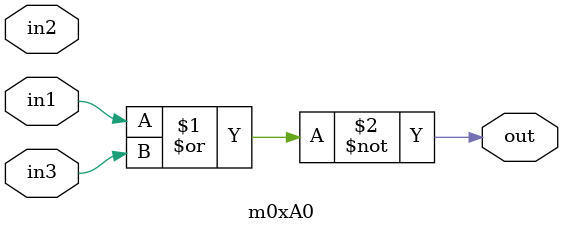
<source format=v>
module m0xA0 (input in2, in1, in3, output out);


	nor (out, in1, in3);

endmodule

</source>
